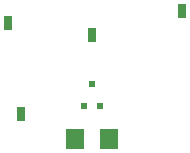
<source format=gts>
G04 EAGLE Gerber X2 export*
G75*
%MOMM*%
%FSLAX34Y34*%
%LPD*%
%AMOC8*
5,1,8,0,0,1.08239X$1,22.5*%
G01*
%ADD10R,0.635000X1.270000*%
%ADD11R,0.600000X0.550000*%
%ADD12R,1.600000X1.803000*%


D10*
X67089Y111352D03*
D11*
X120500Y117750D03*
X133500Y117750D03*
X127000Y136250D03*
D10*
X127000Y177800D03*
D12*
X141220Y90170D03*
X112780Y90170D03*
D10*
X203460Y198144D03*
X56171Y187985D03*
M02*

</source>
